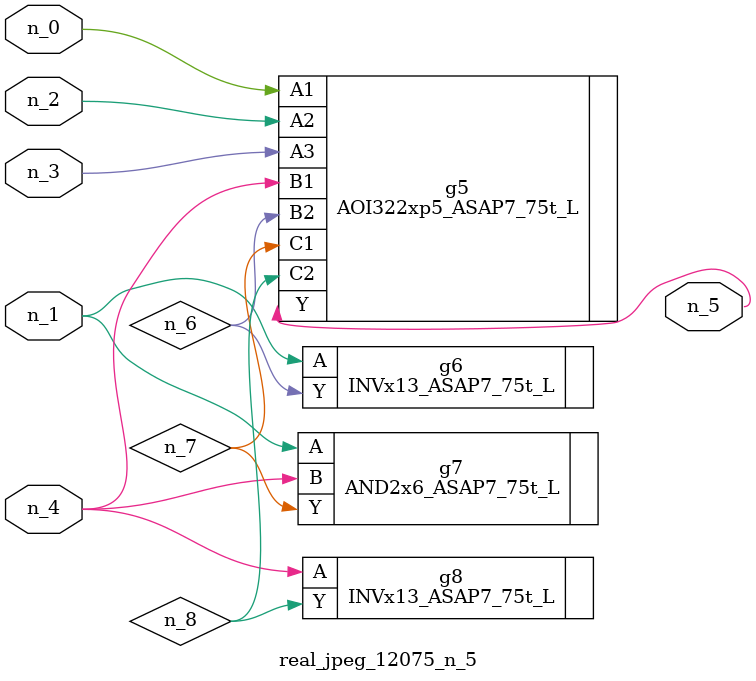
<source format=v>
module real_jpeg_12075_n_5 (n_4, n_0, n_1, n_2, n_3, n_5);

input n_4;
input n_0;
input n_1;
input n_2;
input n_3;

output n_5;

wire n_8;
wire n_6;
wire n_7;

AOI322xp5_ASAP7_75t_L g5 ( 
.A1(n_0),
.A2(n_2),
.A3(n_3),
.B1(n_4),
.B2(n_6),
.C1(n_7),
.C2(n_8),
.Y(n_5)
);

INVx13_ASAP7_75t_L g6 ( 
.A(n_1),
.Y(n_6)
);

AND2x6_ASAP7_75t_L g7 ( 
.A(n_1),
.B(n_4),
.Y(n_7)
);

INVx13_ASAP7_75t_L g8 ( 
.A(n_4),
.Y(n_8)
);


endmodule
</source>
